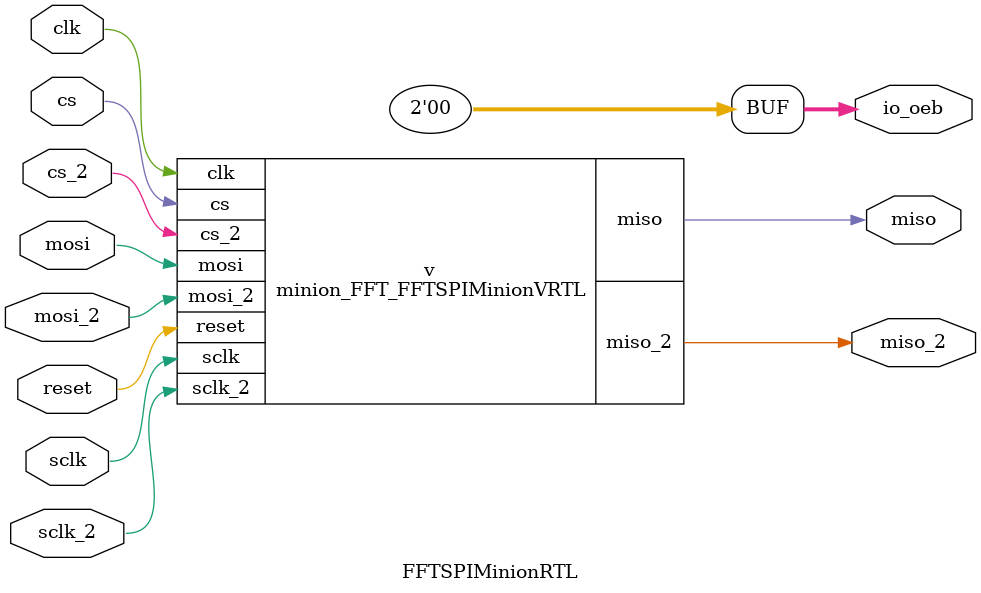
<source format=v>
module SPI_minion_components_ShiftReg (
	clk,
	in_,
	load_data,
	load_en,
	out,
	reset,
	shift_en
);
	parameter nbits = 8;
	parameter reset_value = 1'b0;
	input wire clk;
	input wire in_;
	input wire [nbits - 1:0] load_data;
	input wire load_en;
	output reg [nbits - 1:0] out;
	input wire reset;
	input wire shift_en;
	always @(posedge clk)
		if (reset)
			out <= {nbits {reset_value}};
		else if (load_en)
			out <= load_data;
		else if (~load_en & shift_en)
			out <= {out[nbits - 2:0], in_};
endmodule
module SPI_minion_components_Synchronizer (
	clk,
	in_,
	negedge_,
	out,
	posedge_,
	reset
);
	parameter reset_value = 1'b0;
	input wire clk;
	input wire in_;
	output reg negedge_;
	output wire out;
	output reg posedge_;
	input wire reset;
	reg [2:0] shreg;
	always @(*) begin
		negedge_ = shreg[2] & ~shreg[1];
		posedge_ = ~shreg[2] & shreg[1];
	end
	always @(posedge clk)
		if (reset)
			shreg <= {3 {reset_value}};
		else
			shreg <= {shreg[1:0], in_};
	assign out = shreg[1];
endmodule
module SPI_minion_components_SPIMinionVRTL (
	clk,
	cs,
	miso,
	mosi,
	reset,
	sclk,
	pull_en,
	pull_msg,
	push_en,
	push_msg,
	parity
);
	parameter nbits = 8;
	input wire clk;
	input wire cs;
	output wire miso;
	input wire mosi;
	input wire reset;
	input wire sclk;
	output wire pull_en;
	input wire [nbits - 1:0] pull_msg;
	output wire push_en;
	output wire [nbits - 1:0] push_msg;
	output wire parity;
	wire cs_sync_clk;
	wire cs_sync_in_;
	wire cs_sync_negedge_;
	wire cs_sync_out;
	wire cs_sync_posedge_;
	wire cs_sync_reset;
	SPI_minion_components_Synchronizer #(.reset_value(1'b1)) cs_sync(
		.clk(cs_sync_clk),
		.in_(cs_sync_in_),
		.negedge_(cs_sync_negedge_),
		.out(cs_sync_out),
		.posedge_(cs_sync_posedge_),
		.reset(cs_sync_reset)
	);
	wire mosi_sync_clk;
	wire mosi_sync_in_;
	wire mosi_sync_negedge_;
	wire mosi_sync_out;
	wire mosi_sync_posedge_;
	wire mosi_sync_reset;
	SPI_minion_components_Synchronizer #(.reset_value(1'b0)) mosi_sync(
		.clk(mosi_sync_clk),
		.in_(mosi_sync_in_),
		.negedge_(mosi_sync_negedge_),
		.out(mosi_sync_out),
		.posedge_(mosi_sync_posedge_),
		.reset(mosi_sync_reset)
	);
	wire sclk_sync_clk;
	wire sclk_sync_in_;
	wire sclk_sync_negedge_;
	wire sclk_sync_out;
	wire sclk_sync_posedge_;
	wire sclk_sync_reset;
	SPI_minion_components_Synchronizer #(.reset_value(1'b0)) sclk_sync(
		.clk(sclk_sync_clk),
		.in_(sclk_sync_in_),
		.negedge_(sclk_sync_negedge_),
		.out(sclk_sync_out),
		.posedge_(sclk_sync_posedge_),
		.reset(sclk_sync_reset)
	);
	wire shreg_in_clk;
	wire shreg_in_in_;
	wire [nbits - 1:0] shreg_in_load_data;
	wire shreg_in_load_en;
	wire [nbits - 1:0] shreg_in_out;
	wire shreg_in_reset;
	reg shreg_in_shift_en;
	SPI_minion_components_ShiftReg #(.nbits(nbits)) shreg_in(
		.clk(shreg_in_clk),
		.in_(shreg_in_in_),
		.load_data(shreg_in_load_data),
		.load_en(shreg_in_load_en),
		.out(shreg_in_out),
		.reset(shreg_in_reset),
		.shift_en(shreg_in_shift_en)
	);
	wire shreg_out_clk;
	wire shreg_out_in_;
	wire [nbits - 1:0] shreg_out_load_data;
	wire shreg_out_load_en;
	wire [nbits - 1:0] shreg_out_out;
	wire shreg_out_reset;
	reg shreg_out_shift_en;
	SPI_minion_components_ShiftReg #(.nbits(nbits)) shreg_out(
		.clk(shreg_out_clk),
		.in_(shreg_out_in_),
		.load_data(shreg_out_load_data),
		.load_en(shreg_out_load_en),
		.out(shreg_out_out),
		.reset(shreg_out_reset),
		.shift_en(shreg_out_shift_en)
	);
	always @(*) begin
		shreg_in_shift_en = ~cs_sync_out & sclk_sync_posedge_;
		shreg_out_shift_en = ~cs_sync_out & sclk_sync_negedge_;
	end
	assign cs_sync_clk = clk;
	assign cs_sync_reset = reset;
	assign cs_sync_in_ = cs;
	assign sclk_sync_clk = clk;
	assign sclk_sync_reset = reset;
	assign sclk_sync_in_ = sclk;
	assign mosi_sync_clk = clk;
	assign mosi_sync_reset = reset;
	assign mosi_sync_in_ = mosi;
	assign shreg_in_clk = clk;
	assign shreg_in_reset = reset;
	assign shreg_in_in_ = mosi_sync_out;
	assign shreg_in_load_en = 1'b0;
	assign shreg_in_load_data = {nbits {1'b0}};
	assign shreg_out_clk = clk;
	assign shreg_out_reset = reset;
	assign shreg_out_in_ = 1'b0;
	assign shreg_out_load_en = pull_en;
	assign shreg_out_load_data = pull_msg;
	assign miso = shreg_out_out[nbits - 1];
	assign pull_en = cs_sync_negedge_;
	assign push_en = cs_sync_posedge_;
	assign push_msg = shreg_in_out;
	assign parity = ^push_msg[nbits - 3:0] & push_en;
endmodule
module vc_Reg (
	clk,
	q,
	d
);
	parameter p_nbits = 1;
	input wire clk;
	output reg [p_nbits - 1:0] q;
	input wire [p_nbits - 1:0] d;
	always @(posedge clk) q <= d;
endmodule
module vc_ResetReg (
	clk,
	reset,
	q,
	d
);
	parameter p_nbits = 1;
	parameter p_reset_value = 0;
	input wire clk;
	input wire reset;
	output reg [p_nbits - 1:0] q;
	input wire [p_nbits - 1:0] d;
	always @(posedge clk) q <= (reset ? p_reset_value : d);
endmodule
module vc_EnReg (
	clk,
	reset,
	q,
	d,
	en
);
	parameter p_nbits = 1;
	input wire clk;
	input wire reset;
	output reg [p_nbits - 1:0] q;
	input wire [p_nbits - 1:0] d;
	input wire en;
	always @(posedge clk)
		if (en)
			q <= d;
endmodule
module vc_EnResetReg (
	clk,
	reset,
	q,
	d,
	en
);
	parameter p_nbits = 1;
	parameter p_reset_value = 0;
	input wire clk;
	input wire reset;
	output reg [p_nbits - 1:0] q;
	input wire [p_nbits - 1:0] d;
	input wire en;
	always @(posedge clk)
		if (reset || en)
			q <= (reset ? p_reset_value : d);
endmodule
module vc_Mux2 (
	in0,
	in1,
	sel,
	out
);
	parameter p_nbits = 1;
	input wire [p_nbits - 1:0] in0;
	input wire [p_nbits - 1:0] in1;
	input wire sel;
	output reg [p_nbits - 1:0] out;
	always @(*)
		case (sel)
			1'd0: out = in0;
			1'd1: out = in1;
			default: out = {p_nbits {1'bx}};
		endcase
endmodule
module vc_Mux3 (
	in0,
	in1,
	in2,
	sel,
	out
);
	parameter p_nbits = 1;
	input wire [p_nbits - 1:0] in0;
	input wire [p_nbits - 1:0] in1;
	input wire [p_nbits - 1:0] in2;
	input wire [1:0] sel;
	output reg [p_nbits - 1:0] out;
	always @(*)
		case (sel)
			2'd0: out = in0;
			2'd1: out = in1;
			2'd2: out = in2;
			default: out = {p_nbits {1'bx}};
		endcase
endmodule
module vc_Mux4 (
	in0,
	in1,
	in2,
	in3,
	sel,
	out
);
	parameter p_nbits = 1;
	input wire [p_nbits - 1:0] in0;
	input wire [p_nbits - 1:0] in1;
	input wire [p_nbits - 1:0] in2;
	input wire [p_nbits - 1:0] in3;
	input wire [1:0] sel;
	output reg [p_nbits - 1:0] out;
	always @(*)
		case (sel)
			2'd0: out = in0;
			2'd1: out = in1;
			2'd2: out = in2;
			2'd3: out = in3;
			default: out = {p_nbits {1'bx}};
		endcase
endmodule
module vc_Mux5 (
	in0,
	in1,
	in2,
	in3,
	in4,
	sel,
	out
);
	parameter p_nbits = 1;
	input wire [p_nbits - 1:0] in0;
	input wire [p_nbits - 1:0] in1;
	input wire [p_nbits - 1:0] in2;
	input wire [p_nbits - 1:0] in3;
	input wire [p_nbits - 1:0] in4;
	input wire [2:0] sel;
	output reg [p_nbits - 1:0] out;
	always @(*)
		case (sel)
			3'd0: out = in0;
			3'd1: out = in1;
			3'd2: out = in2;
			3'd3: out = in3;
			3'd4: out = in4;
			default: out = {p_nbits {1'bx}};
		endcase
endmodule
module vc_Mux6 (
	in0,
	in1,
	in2,
	in3,
	in4,
	in5,
	sel,
	out
);
	parameter p_nbits = 1;
	input wire [p_nbits - 1:0] in0;
	input wire [p_nbits - 1:0] in1;
	input wire [p_nbits - 1:0] in2;
	input wire [p_nbits - 1:0] in3;
	input wire [p_nbits - 1:0] in4;
	input wire [p_nbits - 1:0] in5;
	input wire [2:0] sel;
	output reg [p_nbits - 1:0] out;
	always @(*)
		case (sel)
			3'd0: out = in0;
			3'd1: out = in1;
			3'd2: out = in2;
			3'd3: out = in3;
			3'd4: out = in4;
			3'd5: out = in5;
			default: out = {p_nbits {1'bx}};
		endcase
endmodule
module vc_Mux7 (
	in0,
	in1,
	in2,
	in3,
	in4,
	in5,
	in6,
	sel,
	out
);
	parameter p_nbits = 1;
	input wire [p_nbits - 1:0] in0;
	input wire [p_nbits - 1:0] in1;
	input wire [p_nbits - 1:0] in2;
	input wire [p_nbits - 1:0] in3;
	input wire [p_nbits - 1:0] in4;
	input wire [p_nbits - 1:0] in5;
	input wire [p_nbits - 1:0] in6;
	input wire [2:0] sel;
	output reg [p_nbits - 1:0] out;
	always @(*)
		case (sel)
			3'd0: out = in0;
			3'd1: out = in1;
			3'd2: out = in2;
			3'd3: out = in3;
			3'd4: out = in4;
			3'd5: out = in5;
			3'd6: out = in6;
			default: out = {p_nbits {1'bx}};
		endcase
endmodule
module vc_Mux8 (
	in0,
	in1,
	in2,
	in3,
	in4,
	in5,
	in6,
	in7,
	sel,
	out
);
	parameter p_nbits = 1;
	input wire [p_nbits - 1:0] in0;
	input wire [p_nbits - 1:0] in1;
	input wire [p_nbits - 1:0] in2;
	input wire [p_nbits - 1:0] in3;
	input wire [p_nbits - 1:0] in4;
	input wire [p_nbits - 1:0] in5;
	input wire [p_nbits - 1:0] in6;
	input wire [p_nbits - 1:0] in7;
	input wire [2:0] sel;
	output reg [p_nbits - 1:0] out;
	always @(*)
		case (sel)
			3'd0: out = in0;
			3'd1: out = in1;
			3'd2: out = in2;
			3'd3: out = in3;
			3'd4: out = in4;
			3'd5: out = in5;
			3'd6: out = in6;
			3'd7: out = in7;
			default: out = {p_nbits {1'bx}};
		endcase
endmodule
module vc_MuxN (
	in,
	sel,
	out
);
	parameter p_nbits = 1;
	parameter p_ninputs = 2;
	input wire [(p_ninputs * p_nbits) - 1:0] in;
	input wire [$clog2(p_ninputs) - 1:0] sel;
	output wire [p_nbits - 1:0] out;
	assign out = in[sel * p_nbits+:p_nbits];
endmodule
module vc_Regfile_1r1w (
	clk,
	reset,
	read_addr,
	read_data,
	write_en,
	write_addr,
	write_data
);
	parameter p_data_nbits = 1;
	parameter p_num_entries = 2;
	parameter c_addr_nbits = $clog2(p_num_entries);
	input wire clk;
	input wire reset;
	input wire [c_addr_nbits - 1:0] read_addr;
	output wire [p_data_nbits - 1:0] read_data;
	input wire write_en;
	input wire [c_addr_nbits - 1:0] write_addr;
	input wire [p_data_nbits - 1:0] write_data;
	reg [p_data_nbits - 1:0] rfile [p_num_entries - 1:0];
	assign read_data = rfile[read_addr];
	always @(posedge clk)
		if (write_en)
			rfile[write_addr] <= write_data;
endmodule
module vc_ResetRegfile_1r1w (
	clk,
	reset,
	read_addr,
	read_data,
	write_en,
	write_addr,
	write_data
);
	parameter p_data_nbits = 1;
	parameter p_num_entries = 2;
	parameter p_reset_value = 0;
	parameter c_addr_nbits = $clog2(p_num_entries);
	input wire clk;
	input wire reset;
	input wire [c_addr_nbits - 1:0] read_addr;
	output wire [p_data_nbits - 1:0] read_data;
	input wire write_en;
	input wire [c_addr_nbits - 1:0] write_addr;
	input wire [p_data_nbits - 1:0] write_data;
	reg [p_data_nbits - 1:0] rfile [p_num_entries - 1:0];
	assign read_data = rfile[read_addr];
	genvar i;
	generate
		for (i = 0; i < p_num_entries; i = i + 1) begin : wport
			always @(posedge clk)
				if (reset)
					rfile[i] <= p_reset_value;
				else if (write_en && (i[c_addr_nbits - 1:0] == write_addr))
					rfile[i] <= write_data;
		end
	endgenerate
endmodule
module vc_Regfile_2r1w (
	clk,
	reset,
	read_addr0,
	read_data0,
	read_addr1,
	read_data1,
	write_en,
	write_addr,
	write_data
);
	parameter p_data_nbits = 1;
	parameter p_num_entries = 2;
	parameter c_addr_nbits = $clog2(p_num_entries);
	input wire clk;
	input wire reset;
	input wire [c_addr_nbits - 1:0] read_addr0;
	output wire [p_data_nbits - 1:0] read_data0;
	input wire [c_addr_nbits - 1:0] read_addr1;
	output wire [p_data_nbits - 1:0] read_data1;
	input wire write_en;
	input wire [c_addr_nbits - 1:0] write_addr;
	input wire [p_data_nbits - 1:0] write_data;
	reg [p_data_nbits - 1:0] rfile [p_num_entries - 1:0];
	assign read_data0 = rfile[read_addr0];
	assign read_data1 = rfile[read_addr1];
	always @(posedge clk)
		if (write_en)
			rfile[write_addr] <= write_data;
endmodule
module vc_Regfile_2r2w (
	clk,
	reset,
	read_addr0,
	read_data0,
	read_addr1,
	read_data1,
	write_en0,
	write_addr0,
	write_data0,
	write_en1,
	write_addr1,
	write_data1
);
	parameter p_data_nbits = 1;
	parameter p_num_entries = 2;
	parameter c_addr_nbits = $clog2(p_num_entries);
	input wire clk;
	input wire reset;
	input wire [c_addr_nbits - 1:0] read_addr0;
	output wire [p_data_nbits - 1:0] read_data0;
	input wire [c_addr_nbits - 1:0] read_addr1;
	output wire [p_data_nbits - 1:0] read_data1;
	input wire write_en0;
	input wire [c_addr_nbits - 1:0] write_addr0;
	input wire [p_data_nbits - 1:0] write_data0;
	input wire write_en1;
	input wire [c_addr_nbits - 1:0] write_addr1;
	input wire [p_data_nbits - 1:0] write_data1;
	reg [p_data_nbits - 1:0] rfile [p_num_entries - 1:0];
	assign read_data0 = rfile[read_addr0];
	assign read_data1 = rfile[read_addr1];
	always @(posedge clk) begin
		if (write_en0)
			rfile[write_addr0] <= write_data0;
		if (write_en1)
			rfile[write_addr1] <= write_data1;
	end
endmodule
module vc_Regfile_2r1w_zero (
	clk,
	reset,
	rd_addr0,
	rd_data0,
	rd_addr1,
	rd_data1,
	wr_en,
	wr_addr,
	wr_data
);
	input wire clk;
	input wire reset;
	input wire [4:0] rd_addr0;
	output wire [31:0] rd_data0;
	input wire [4:0] rd_addr1;
	output wire [31:0] rd_data1;
	input wire wr_en;
	input wire [4:0] wr_addr;
	input wire [31:0] wr_data;
	wire [31:0] rf_read_data0;
	wire [31:0] rf_read_data1;
	vc_Regfile_2r1w #(
		.p_data_nbits(32),
		.p_num_entries(32)
	) rfile(
		.clk(clk),
		.reset(reset),
		.read_addr0(rd_addr0),
		.read_data0(rf_read_data0),
		.read_addr1(rd_addr1),
		.read_data1(rf_read_data1),
		.write_en(wr_en),
		.write_addr(wr_addr),
		.write_data(wr_data)
	);
	assign rd_data0 = (rd_addr0 == 5'd0 ? 32'd0 : rf_read_data0);
	assign rd_data1 = (rd_addr1 == 5'd0 ? 32'd0 : rf_read_data1);
endmodule

module vc_QueueCtrl1 (
	clk,
	reset,
	recv_val,
	recv_rdy,
	send_val,
	send_rdy,
	write_en,
	bypass_mux_sel,
	num_free_entries
);
	parameter p_type = 4'b0000;
	input wire clk;
	input wire reset;
	input wire recv_val;
	output wire recv_rdy;
	output wire send_val;
	input wire send_rdy;
	output wire write_en;
	output wire bypass_mux_sel;
	output wire num_free_entries;
	reg full;
	wire full_next;
	always @(posedge clk) full <= (reset ? 1'b0 : full_next);
	assign num_free_entries = (full ? 1'b0 : 1'b1);
	localparam c_pipe_en = |(p_type & 4'b0001);
	localparam c_bypass_en = |(p_type & 4'b0010);
	wire do_enq;
	assign do_enq = recv_rdy && recv_val;
	wire do_deq;
	assign do_deq = send_rdy && send_val;
	wire empty;
	assign empty = ~full;
	wire do_pipe;
	assign do_pipe = ((c_pipe_en && full) && do_enq) && do_deq;
	wire do_bypass;
	assign do_bypass = ((c_bypass_en && empty) && do_enq) && do_deq;
	assign write_en = do_enq && ~do_bypass;
	assign bypass_mux_sel = empty;
	assign recv_rdy = ~full || ((c_pipe_en && full) && send_rdy);
	assign send_val = ~empty || ((c_bypass_en && empty) && recv_val);
	assign full_next = (do_deq && ~do_pipe ? 1'b0 : (do_enq && ~do_bypass ? 1'b1 : full));
endmodule
module vc_QueueDpath1 (
	clk,
	reset,
	write_en,
	bypass_mux_sel,
	recv_msg,
	send_msg
);
	parameter p_type = 4'b0000;
	parameter p_msg_nbits = 1;
	input wire clk;
	input wire reset;
	input wire write_en;
	input wire bypass_mux_sel;
	input wire [p_msg_nbits - 1:0] recv_msg;
	output wire [p_msg_nbits - 1:0] send_msg;
	wire [p_msg_nbits - 1:0] qstore;
	vc_EnReg #(.p_nbits(p_msg_nbits)) qstore_reg(
		.clk(clk),
		.reset(reset),
		.en(write_en),
		.d(recv_msg),
		.q(qstore)
	);
	generate
		if (|(p_type & 4'b0010)) begin : genblk1
			vc_Mux2 #(.p_nbits(p_msg_nbits)) bypass_mux(
				.in0(qstore),
				.in1(recv_msg),
				.sel(bypass_mux_sel),
				.out(send_msg)
			);
		end
		else begin : genblk1
			assign send_msg = qstore;
		end
	endgenerate
endmodule
module vc_QueueCtrl (
	clk,
	reset,
	recv_val,
	recv_rdy,
	send_val,
	send_rdy,
	write_en,
	write_addr,
	read_addr,
	bypass_mux_sel,
	num_free_entries
);
	parameter p_type = 4'b0000;
	parameter p_num_msgs = 2;
	parameter c_addr_nbits = $clog2(p_num_msgs);
	input wire clk;
	input wire reset;
	input wire recv_val;
	output wire recv_rdy;
	output wire send_val;
	input wire send_rdy;
	output wire write_en;
	output wire [c_addr_nbits - 1:0] write_addr;
	output wire [c_addr_nbits - 1:0] read_addr;
	output wire bypass_mux_sel;
	output wire [c_addr_nbits:0] num_free_entries;
	wire [c_addr_nbits - 1:0] enq_ptr;
	wire [c_addr_nbits - 1:0] enq_ptr_next;
	vc_ResetReg #(.p_nbits(c_addr_nbits)) enq_ptr_reg(
		.clk(clk),
		.reset(reset),
		.d(enq_ptr_next),
		.q(enq_ptr)
	);
	wire [c_addr_nbits - 1:0] deq_ptr;
	wire [c_addr_nbits - 1:0] deq_ptr_next;
	vc_ResetReg #(.p_nbits(c_addr_nbits)) deq_ptr_reg(
		.clk(clk),
		.reset(reset),
		.d(deq_ptr_next),
		.q(deq_ptr)
	);
	assign write_addr = enq_ptr;
	assign read_addr = deq_ptr;
	wire full;
	wire full_next;
	vc_ResetReg #(.p_nbits(1)) full_reg(
		.clk(clk),
		.reset(reset),
		.d(full_next),
		.q(full)
	);
	localparam c_pipe_en = |(p_type & 4'b0001);
	localparam c_bypass_en = |(p_type & 4'b0010);
	wire do_enq;
	assign do_enq = recv_rdy && recv_val;
	wire do_deq;
	assign do_deq = send_rdy && send_val;
	wire empty;
	assign empty = ~full && (enq_ptr == deq_ptr);
	wire do_pipe;
	assign do_pipe = ((c_pipe_en && full) && do_enq) && do_deq;
	wire do_bypass;
	assign do_bypass = ((c_bypass_en && empty) && do_enq) && do_deq;
	assign write_en = do_enq && ~do_bypass;
	assign bypass_mux_sel = empty;
	assign recv_rdy = ~full || ((c_pipe_en && full) && send_rdy);
	assign send_val = ~empty || ((c_bypass_en && empty) && recv_val);
	wire [c_addr_nbits - 1:0] deq_ptr_plus1;
	assign deq_ptr_plus1 = deq_ptr + 1'b1;
	wire [c_addr_nbits - 1:0] deq_ptr_inc;
	assign deq_ptr_inc = (deq_ptr_plus1 == p_num_msgs ? {c_addr_nbits {1'b0}} : deq_ptr_plus1);
	wire [c_addr_nbits - 1:0] enq_ptr_plus1;
	assign enq_ptr_plus1 = enq_ptr + 1'b1;
	wire [c_addr_nbits - 1:0] enq_ptr_inc;
	assign enq_ptr_inc = (enq_ptr_plus1 == p_num_msgs ? {c_addr_nbits {1'b0}} : enq_ptr_plus1);
	assign deq_ptr_next = (do_deq && ~do_bypass ? deq_ptr_inc : deq_ptr);
	assign enq_ptr_next = (do_enq && ~do_bypass ? enq_ptr_inc : enq_ptr);
	assign full_next = ((do_enq && ~do_deq) && (enq_ptr_inc == deq_ptr) ? 1'b1 : ((do_deq && full) && ~do_pipe ? 1'b0 : full));
	assign num_free_entries = (full ? {c_addr_nbits + 1 {1'b0}} : (empty ? p_num_msgs[c_addr_nbits:0] : (enq_ptr > deq_ptr ? p_num_msgs[c_addr_nbits:0] - (enq_ptr - deq_ptr) : (deq_ptr > enq_ptr ? deq_ptr - enq_ptr : {c_addr_nbits + 1 {1'bx}}))));
endmodule
module vc_QueueDpath (
	clk,
	reset,
	write_en,
	bypass_mux_sel,
	write_addr,
	read_addr,
	recv_msg,
	send_msg
);
	parameter p_type = 4'b0000;
	parameter p_msg_nbits = 4;
	parameter p_num_msgs = 2;
	parameter c_addr_nbits = $clog2(p_num_msgs);
	input wire clk;
	input wire reset;
	input wire write_en;
	input wire bypass_mux_sel;
	input wire [c_addr_nbits - 1:0] write_addr;
	input wire [c_addr_nbits - 1:0] read_addr;
	input wire [p_msg_nbits - 1:0] recv_msg;
	output wire [p_msg_nbits - 1:0] send_msg;
	wire [p_msg_nbits - 1:0] read_data;
	vc_Regfile_1r1w #(
		.p_data_nbits(p_msg_nbits),
		.p_num_entries(p_num_msgs)
	) qstore(
		.clk(clk),
		.reset(reset),
		.read_addr(read_addr),
		.read_data(read_data),
		.write_en(write_en),
		.write_addr(write_addr),
		.write_data(recv_msg)
	);
	generate
		if (|(p_type & 4'b0010)) begin : genblk1
			vc_Mux2 #(.p_nbits(p_msg_nbits)) bypass_mux(
				.in0(read_data),
				.in1(recv_msg),
				.sel(bypass_mux_sel),
				.out(send_msg)
			);
		end
		else begin : genblk1
			assign send_msg = read_data;
		end
	endgenerate
endmodule
module vc_Queue (
	clk,
	reset,
	recv_val,
	recv_rdy,
	recv_msg,
	send_val,
	send_rdy,
	send_msg,
	num_free_entries
);
	parameter p_type = 4'b0000;
	parameter p_msg_nbits = 1;
	parameter p_num_msgs = 2;
	parameter c_addr_nbits = $clog2(p_num_msgs);
	input wire clk;
	input wire reset;
	input wire recv_val;
	output wire recv_rdy;
	input wire [p_msg_nbits - 1:0] recv_msg;
	output wire send_val;
	input wire send_rdy;
	output wire [p_msg_nbits - 1:0] send_msg;
	output wire [c_addr_nbits:0] num_free_entries;
	generate
		if (p_num_msgs == 1) begin : genblk1
			wire write_en;
			wire bypass_mux_sel;
			vc_QueueCtrl1 #(.p_type(p_type)) ctrl(
				.clk(clk),
				.reset(reset),
				.recv_val(recv_val),
				.recv_rdy(recv_rdy),
				.send_val(send_val),
				.send_rdy(send_rdy),
				.write_en(write_en),
				.bypass_mux_sel(bypass_mux_sel),
				.num_free_entries(num_free_entries)
			);
			vc_QueueDpath1 #(
				.p_type(p_type),
				.p_msg_nbits(p_msg_nbits)
			) dpath(
				.clk(clk),
				.reset(reset),
				.write_en(write_en),
				.bypass_mux_sel(bypass_mux_sel),
				.recv_msg(recv_msg),
				.send_msg(send_msg)
			);
		end
		else begin : genblk1
			wire write_en;
			wire bypass_mux_sel;
			wire [c_addr_nbits - 1:0] write_addr;
			wire [c_addr_nbits - 1:0] read_addr;
			vc_QueueCtrl #(
				.p_type(p_type),
				.p_num_msgs(p_num_msgs)
			) ctrl(
				.clk(clk),
				.reset(reset),
				.recv_val(recv_val),
				.recv_rdy(recv_rdy),
				.send_val(send_val),
				.send_rdy(send_rdy),
				.write_en(write_en),
				.write_addr(write_addr),
				.read_addr(read_addr),
				.bypass_mux_sel(bypass_mux_sel),
				.num_free_entries(num_free_entries)
			);
			vc_QueueDpath #(
				.p_type(p_type),
				.p_msg_nbits(p_msg_nbits),
				.p_num_msgs(p_num_msgs)
			) dpath(
				.clk(clk),
				.reset(reset),
				.write_en(write_en),
				.bypass_mux_sel(bypass_mux_sel),
				.write_addr(write_addr),
				.read_addr(read_addr),
				.recv_msg(recv_msg),
				.send_msg(send_msg)
			);
		end
	endgenerate
endmodule
module SPI_minion_components_SPIMinionAdapterVRTL (
	clk,
	reset,
	pull_en,
	pull_msg_val,
	pull_msg_spc,
	pull_msg_data,
	push_en,
	push_msg_val_wrt,
	push_msg_val_rd,
	push_msg_data,
	recv_msg,
	recv_rdy,
	recv_val,
	send_msg,
	send_rdy,
	send_val,
	parity
);
	parameter nbits = 8;
	parameter num_entries = 1;
	input wire clk;
	input wire reset;
	input wire pull_en;
	output reg pull_msg_val;
	output reg pull_msg_spc;
	output reg [nbits - 3:0] pull_msg_data;
	input wire push_en;
	input wire push_msg_val_wrt;
	input wire push_msg_val_rd;
	input wire [nbits - 3:0] push_msg_data;
	input wire [nbits - 3:0] recv_msg;
	output wire recv_rdy;
	input wire recv_val;
	output wire [nbits - 3:0] send_msg;
	input wire send_rdy;
	output wire send_val;
	output wire parity;
	reg open_entries;
	wire [nbits - 3:0] cm_q_send_msg;
	reg cm_q_send_rdy;
	wire cm_q_send_val;
	vc_Queue #(
		.p_type(4'b0000),
		.p_msg_nbits(nbits - 2),
		.p_num_msgs(num_entries)
	) cm_q(
		.clk(clk),
		.reset(reset),
		.recv_msg(recv_msg),
		.recv_rdy(recv_rdy),
		.recv_val(recv_val),
		.send_msg(cm_q_send_msg),
		.send_rdy(cm_q_send_rdy),
		.send_val(cm_q_send_val)
	);
	wire [$clog2(num_entries):0] mc_q_num_free;
	wire mc_q_recv_rdy;
	reg mc_q_recv_val;
	vc_Queue #(
		.p_type(4'b0000),
		.p_msg_nbits(nbits - 2),
		.p_num_msgs(num_entries)
	) mc_q(
		.clk(clk),
		.num_free_entries(mc_q_num_free),
		.reset(reset),
		.recv_msg(push_msg_data),
		.recv_rdy(mc_q_recv_rdy),
		.recv_val(mc_q_recv_val),
		.send_msg(send_msg),
		.send_rdy(send_rdy),
		.send_val(send_val)
	);
	assign parity = ^send_msg & send_val;
	always @(*) begin : comb_block
		open_entries = mc_q_num_free > 1;
		mc_q_recv_val = push_msg_val_wrt & push_en;
		pull_msg_spc = mc_q_recv_rdy & (~mc_q_recv_val | open_entries);
		cm_q_send_rdy = push_msg_val_rd & pull_en;
		pull_msg_val = cm_q_send_rdy & cm_q_send_val;
		pull_msg_data = cm_q_send_msg & {nbits - 2 {pull_msg_val}};
	end
endmodule
module vc_Adder (
	in0,
	in1,
	cin,
	out,
	cout
);
	parameter p_nbits = 1;
	input wire [p_nbits - 1:0] in0;
	input wire [p_nbits - 1:0] in1;
	input wire cin;
	output wire [p_nbits - 1:0] out;
	output wire cout;
	assign {cout, out} = (in0 + in1) + {{p_nbits - 1 {1'b0}}, cin};
endmodule
module vc_SimpleAdder (
	in0,
	in1,
	out
);
	parameter p_nbits = 1;
	input wire [p_nbits - 1:0] in0;
	input wire [p_nbits - 1:0] in1;
	output wire [p_nbits - 1:0] out;
	assign out = in0 + in1;
endmodule
module vc_Subtractor (
	in0,
	in1,
	out
);
	parameter p_nbits = 1;
	input wire [p_nbits - 1:0] in0;
	input wire [p_nbits - 1:0] in1;
	output wire [p_nbits - 1:0] out;
	assign out = in0 - in1;
endmodule
module vc_Incrementer (
	in,
	out
);
	parameter p_nbits = 1;
	parameter p_inc_value = 1;
	input wire [p_nbits - 1:0] in;
	output wire [p_nbits - 1:0] out;
	assign out = in + p_inc_value;
endmodule
module vc_ZeroExtender (
	in,
	out
);
	parameter p_in_nbits = 1;
	parameter p_out_nbits = 8;
	input wire [p_in_nbits - 1:0] in;
	output wire [p_out_nbits - 1:0] out;
	assign out = {{p_out_nbits - p_in_nbits {1'b0}}, in};
endmodule
module vc_SignExtender (
	in,
	out
);
	parameter p_in_nbits = 1;
	parameter p_out_nbits = 8;
	input wire [p_in_nbits - 1:0] in;
	output wire [p_out_nbits - 1:0] out;
	assign out = {{p_out_nbits - p_in_nbits {in[p_in_nbits - 1]}}, in};
endmodule
module vc_ZeroComparator (
	in,
	out
);
	parameter p_nbits = 1;
	input wire [p_nbits - 1:0] in;
	output wire out;
	assign out = in == {p_nbits {1'b0}};
endmodule
module vc_EqComparator (
	in0,
	in1,
	out
);
	parameter p_nbits = 1;
	input wire [p_nbits - 1:0] in0;
	input wire [p_nbits - 1:0] in1;
	output wire out;
	assign out = in0 == in1;
endmodule
module vc_LtComparator (
	in0,
	in1,
	out
);
	parameter p_nbits = 1;
	input wire [p_nbits - 1:0] in0;
	input wire [p_nbits - 1:0] in1;
	output wire out;
	assign out = in0 < in1;
endmodule
module vc_GtComparator (
	in0,
	in1,
	out
);
	parameter p_nbits = 1;
	input wire [p_nbits - 1:0] in0;
	input wire [p_nbits - 1:0] in1;
	output wire out;
	assign out = in0 > in1;
endmodule
module vc_LeftLogicalShifter (
	in,
	shamt,
	out
);
	parameter p_nbits = 1;
	parameter p_shamt_nbits = 1;
	input wire [p_nbits - 1:0] in;
	input wire [p_shamt_nbits - 1:0] shamt;
	output wire [p_nbits - 1:0] out;
	assign out = in << shamt;
endmodule
module vc_RightLogicalShifter (
	in,
	shamt,
	out
);
	parameter p_nbits = 1;
	parameter p_shamt_nbits = 1;
	input wire [p_nbits - 1:0] in;
	input wire [p_shamt_nbits - 1:0] shamt;
	output wire [p_nbits - 1:0] out;
	assign out = in >> shamt;
endmodule
module tut3_verilog_gcd_GcdUnitDpath (
	clk,
	reset,
	istream_msg,
	ostream_msg,
	a_reg_en,
	b_reg_en,
	a_mux_sel,
	b_mux_sel,
	is_b_zero,
	is_a_lt_b
);
	input wire clk;
	input wire reset;
	input wire [31:0] istream_msg;
	output wire [15:0] ostream_msg;
	input wire a_reg_en;
	input wire b_reg_en;
	input wire [1:0] a_mux_sel;
	input wire b_mux_sel;
	output wire is_b_zero;
	output wire is_a_lt_b;
	localparam c_nbits = 16;
	wire [15:0] istream_msg_a;
	assign istream_msg_a = istream_msg[31:16];
	wire [15:0] istream_msg_b;
	assign istream_msg_b = istream_msg[15:0];
	wire [15:0] b_reg_out;
	wire [15:0] sub_out;
	wire [15:0] a_mux_out;
	vc_Mux3 #(.p_nbits(c_nbits)) a_mux(
		.sel(a_mux_sel),
		.in0(istream_msg_a),
		.in1(b_reg_out),
		.in2(sub_out),
		.out(a_mux_out)
	);
	wire [15:0] a_reg_out;
	vc_EnReg #(.p_nbits(c_nbits)) a_reg(
		.clk(clk),
		.reset(reset),
		.en(a_reg_en),
		.d(a_mux_out),
		.q(a_reg_out)
	);
	wire [15:0] b_mux_out;
	vc_Mux2 #(.p_nbits(c_nbits)) b_mux(
		.sel(b_mux_sel),
		.in0(istream_msg_b),
		.in1(a_reg_out),
		.out(b_mux_out)
	);
	vc_EnReg #(.p_nbits(c_nbits)) b_reg(
		.clk(clk),
		.reset(reset),
		.en(b_reg_en),
		.d(b_mux_out),
		.q(b_reg_out)
	);
	vc_LtComparator #(.p_nbits(c_nbits)) a_lt_b(
		.in0(a_reg_out),
		.in1(b_reg_out),
		.out(is_a_lt_b)
	);
	vc_ZeroComparator #(.p_nbits(c_nbits)) b_zero(
		.in(b_reg_out),
		.out(is_b_zero)
	);
	vc_Subtractor #(.p_nbits(c_nbits)) sub(
		.in0(a_reg_out),
		.in1(b_reg_out),
		.out(sub_out)
	);
	assign ostream_msg = sub_out;
endmodule
module tut3_verilog_gcd_GcdUnitCtrl (
	clk,
	reset,
	istream_val,
	istream_rdy,
	ostream_val,
	ostream_rdy,
	a_reg_en,
	b_reg_en,
	a_mux_sel,
	b_mux_sel,
	is_b_zero,
	is_a_lt_b
);
	input wire clk;
	input wire reset;
	input wire istream_val;
	output reg istream_rdy;
	output reg ostream_val;
	input wire ostream_rdy;
	output reg a_reg_en;
	output reg b_reg_en;
	output reg [1:0] a_mux_sel;
	output reg b_mux_sel;
	input wire is_b_zero;
	input wire is_a_lt_b;
	localparam STATE_IDLE = 2'd0;
	localparam STATE_CALC = 2'd1;
	localparam STATE_DONE = 2'd2;
	reg [1:0] state_reg;
	reg [1:0] state_next;
	always @(posedge clk)
		if (reset)
			state_reg <= STATE_IDLE;
		else
			state_reg <= state_next;
	wire req_go;
	wire resp_go;
	wire is_calc_done;
	assign req_go = istream_val && istream_rdy;
	assign resp_go = ostream_val && ostream_rdy;
	assign is_calc_done = !is_a_lt_b && is_b_zero;
	always @(*) begin
		state_next = state_reg;
		case (state_reg)
			STATE_IDLE:
				if (req_go)
					state_next = STATE_CALC;
			STATE_CALC:
				if (is_calc_done)
					state_next = STATE_DONE;
			STATE_DONE:
				if (resp_go)
					state_next = STATE_IDLE;
			default: state_next = 1'sbx;
		endcase
	end
	localparam a_x = 2'bxx;
	localparam a_ld = 2'd0;
	localparam a_b = 2'd1;
	localparam a_sub = 2'd2;
	localparam b_x = 1'bx;
	localparam b_ld = 1'd0;
	localparam b_a = 1'd1;
	task cs;
		input reg cs_istream_rdy;
		input reg cs_ostream_val;
		input reg [1:0] cs_a_mux_sel;
		input reg cs_a_reg_en;
		input reg cs_b_mux_sel;
		input reg cs_b_reg_en;
		begin
			istream_rdy = cs_istream_rdy;
			ostream_val = cs_ostream_val;
			a_reg_en = cs_a_reg_en;
			b_reg_en = cs_b_reg_en;
			a_mux_sel = cs_a_mux_sel;
			b_mux_sel = cs_b_mux_sel;
		end
	endtask
	wire do_swap;
	wire do_sub;
	assign do_swap = is_a_lt_b;
	assign do_sub = !is_b_zero;
	always @(*) begin
		cs(0, 0, a_x, 0, b_x, 0);
		case (state_reg)
			STATE_IDLE:
				cs(1, 0, a_ld, 1, b_ld, 1);
			STATE_CALC:
				if (do_swap)
					cs(0, 0, a_b, 1, b_a, 1);
				else if (do_sub)
					cs(0, 0, a_sub, 1, b_x, 0);
			STATE_DONE:
				cs(0, 1, a_x, 0, b_x, 0);
			default:
				cs(1'sbx, 1'sbx, a_x, 1'sbx, b_x, 1'sbx);
		endcase
	end
endmodule
module GcdUnit (
	clk,
	reset,
	istream_val,
	istream_rdy,
	istream_msg,
	ostream_val,
	ostream_rdy,
	ostream_msg
);
	input wire clk;
	input wire reset;
	input wire istream_val;
	output wire istream_rdy;
	input wire [31:0] istream_msg;
	output wire ostream_val;
	input wire ostream_rdy;
	output wire [15:0] ostream_msg;
	wire a_reg_en;
	wire b_reg_en;
	wire [1:0] a_mux_sel;
	wire b_mux_sel;
	wire is_b_zero;
	wire is_a_lt_b;
	tut3_verilog_gcd_GcdUnitCtrl ctrl(
		.clk(clk),
		.reset(reset),
		.istream_val(istream_val),
		.istream_rdy(istream_rdy),
		.ostream_val(ostream_val),
		.ostream_rdy(ostream_rdy),
		.a_reg_en(a_reg_en),
		.b_reg_en(b_reg_en),
		.a_mux_sel(a_mux_sel),
		.b_mux_sel(b_mux_sel),
		.is_b_zero(is_b_zero),
		.is_a_lt_b(is_a_lt_b)
	);
	tut3_verilog_gcd_GcdUnitDpath dpath(
		.clk(clk),
		.reset(reset),
		.istream_msg(istream_msg),
		.ostream_msg(ostream_msg),
		.a_reg_en(a_reg_en),
		.b_reg_en(b_reg_en),
		.a_mux_sel(a_mux_sel),
		.b_mux_sel(b_mux_sel),
		.is_b_zero(is_b_zero),
		.is_a_lt_b(is_a_lt_b)
	);
	wire [4095:0] str;
	vc_Trace vc_trace(
		.clk(clk),
		.reset(reset)
	);
	task line_trace;
		output reg [4095:0] trace_str;
		begin
			$sformat(str, "%x:%x", istream_msg[31:16], istream_msg[15:0]);
			vc_trace.append_val_rdy_str(trace_str, istream_val, istream_rdy, str);
			vc_trace.append_str(trace_str, "(");
			$sformat(str, "%x", dpath.a_reg_out);
			vc_trace.append_str(trace_str, str);
			vc_trace.append_str(trace_str, " ");
			$sformat(str, "%x", dpath.b_reg_out);
			vc_trace.append_str(trace_str, str);
			vc_trace.append_str(trace_str, " ");
			case (ctrl.state_reg)
				ctrl.STATE_IDLE:
					vc_trace.append_str(trace_str, "I ");
				ctrl.STATE_CALC:
					if (ctrl.do_swap)
						vc_trace.append_str(trace_str, "Cs");
					else if (ctrl.do_sub)
						vc_trace.append_str(trace_str, "C-");
					else
						vc_trace.append_str(trace_str, "C ");
				ctrl.STATE_DONE:
					vc_trace.append_str(trace_str, "D ");
				default:
					vc_trace.append_str(trace_str, "? ");
			endcase
			vc_trace.append_str(trace_str, ")");
			$sformat(str, "%x", ostream_msg);
			vc_trace.append_val_rdy_str(trace_str, ostream_val, ostream_rdy, str);
		end
	endtask
	task display_trace;
		begin
			if (vc_trace.level > 0) begin
				vc_trace.storage[15:0] = vc_trace.nchars - 1;
				line_trace(vc_trace.storage);
				$write("%4d: ", vc_trace.cycles);
				vc_trace.idx0 = vc_trace.storage[15:0];
				for (vc_trace.idx1 = vc_trace.nchars - 1; vc_trace.idx1 > vc_trace.idx0; vc_trace.idx1 = vc_trace.idx1 - 1)
					$write("%s", vc_trace.storage[vc_trace.idx1 * 8+:8]);
				$write("\n");
			end
			vc_trace.cycles_next = vc_trace.cycles + 1;
		end
	endtask
endmodule
module TwiddleGeneratorVRTL (
	sine_wave_in,
	twiddle_real,
	twiddle_imaginary
);
	parameter BIT_WIDTH = 4;
	parameter DECIMAL_PT = 2;
	parameter SIZE_FFT = 8;
	parameter STAGE_FFT = 0;
	input wire [(SIZE_FFT * BIT_WIDTH) - 1:0] sine_wave_in;
	output wire [((SIZE_FFT / 2) * BIT_WIDTH) - 1:0] twiddle_real;
	output wire [((SIZE_FFT / 2) * BIT_WIDTH) - 1:0] twiddle_imaginary;
	wire signed [31:0] trace;
	assign trace = 1'd1 << DECIMAL_PT;
	wire signed [31:0] trace2;
	assign trace2 = (1 * (SIZE_FFT / (2 * (2 ** STAGE_FFT)))) % SIZE_FFT;
	wire signed [31:0] trace3;
	assign trace3 = (2 * (SIZE_FFT / (2 * (2 ** STAGE_FFT)))) % SIZE_FFT;
	wire signed [31:0] trace4;
	assign trace4 = (3 * (SIZE_FFT / (2 * (2 ** STAGE_FFT)))) % SIZE_FFT;
	genvar m;
	generate
		for (m = 0; m < (2 ** STAGE_FFT); m = m + 1) begin : genblk1
			genvar i;
			for (i = 0; i < SIZE_FFT; i = i + (2 ** (STAGE_FFT + 1))) begin : genblk1
				if (m == 0) begin : genblk1
					assign twiddle_real[((i / 2) + m) * BIT_WIDTH+:BIT_WIDTH] = 1'b1 << DECIMAL_PT;
					assign twiddle_imaginary[((i / 2) + m) * BIT_WIDTH+:BIT_WIDTH] = 0;
				end
				else begin : genblk1
					assign twiddle_real[((i / 2) + m) * BIT_WIDTH+:BIT_WIDTH] = sine_wave_in[((SIZE_FFT - 1) - (((m * (SIZE_FFT / (2 * (2 ** STAGE_FFT)))) % SIZE_FFT) + (SIZE_FFT / 4))) * BIT_WIDTH+:BIT_WIDTH];
					assign twiddle_imaginary[((i / 2) + m) * BIT_WIDTH+:BIT_WIDTH] = -sine_wave_in[((SIZE_FFT - 1) - ((m * (SIZE_FFT / (2 * (2 ** STAGE_FFT)))) % SIZE_FFT)) * BIT_WIDTH+:BIT_WIDTH];
				end
			end
		end
	endgenerate
endmodule
module SineWave__BIT_WIDTH_32__DECIMAL_POINT_16__SIZE_FFT_16VRTL (sine_wave_out);
	output wire [511:0] sine_wave_out;
	assign sine_wave_out[480+:32] = 0;
	assign sine_wave_out[448+:32] = 25079;
	assign sine_wave_out[416+:32] = 46340;
	assign sine_wave_out[384+:32] = 60547;
	assign sine_wave_out[352+:32] = 65536;
	assign sine_wave_out[320+:32] = 60547;
	assign sine_wave_out[288+:32] = 46340;
	assign sine_wave_out[256+:32] = 25079;
	assign sine_wave_out[224+:32] = 0;
	assign sine_wave_out[192+:32] = -25079;
	assign sine_wave_out[160+:32] = -46340;
	assign sine_wave_out[128+:32] = -60547;
	assign sine_wave_out[96+:32] = -65536;
	assign sine_wave_out[64+:32] = -60547;
	assign sine_wave_out[32+:32] = -46340;
	assign sine_wave_out[0+:32] = -25079;
endmodule
module SineWave__BIT_WIDTH_32__DECIMAL_POINT_16__SIZE_FFT_8VRTL (sine_wave_out);
	output wire [255:0] sine_wave_out;
	assign sine_wave_out[224+:32] = 0;
	assign sine_wave_out[192+:32] = 46340;
	assign sine_wave_out[160+:32] = 65536;
	assign sine_wave_out[128+:32] = 46340;
	assign sine_wave_out[96+:32] = 0;
	assign sine_wave_out[64+:32] = -46340;
	assign sine_wave_out[32+:32] = -65536;
	assign sine_wave_out[0+:32] = -46340;
endmodule
module SineWave__BIT_WIDTH_32__DECIMAL_POINT_16__SIZE_FFT_2VRTL (sine_wave_out);
	output wire [63:0] sine_wave_out;
	assign sine_wave_out[32+:32] = 0;
	assign sine_wave_out[0+:32] = 0;
endmodule
module SineWave__BIT_WIDTH_32__DECIMAL_POINT_16__SIZE_FFT_4VRTL (sine_wave_out);
	output wire [127:0] sine_wave_out;
	assign sine_wave_out[96+:32] = 0;
	assign sine_wave_out[64+:32] = 65536;
	assign sine_wave_out[32+:32] = 0;
	assign sine_wave_out[0+:32] = -65536;
endmodule
module CombinationalFFTCrossbarVRTl (
	recv_real,
	recv_imaginary,
	recv_val,
	recv_rdy,
	send_real,
	send_imaginary,
	send_val,
	send_rdy
);
	parameter BIT_WIDTH = 32;
	parameter SIZE_FFT = 8;
	parameter STAGE_FFT = 0;
	parameter FRONT = 1;
	input wire [(SIZE_FFT * BIT_WIDTH) - 1:0] recv_real;
	input wire [(SIZE_FFT * BIT_WIDTH) - 1:0] recv_imaginary;
	input wire [SIZE_FFT - 1:0] recv_val;
	output wire [SIZE_FFT - 1:0] recv_rdy;
	output wire [(SIZE_FFT * BIT_WIDTH) - 1:0] send_real;
	output wire [(SIZE_FFT * BIT_WIDTH) - 1:0] send_imaginary;
	output wire [SIZE_FFT - 1:0] send_val;
	input wire [SIZE_FFT - 1:0] send_rdy;
	genvar m;
	generate
		for (m = 0; m < (2 ** STAGE_FFT); m = m + 1) begin : genblk1
			genvar i;
			for (i = m; i < SIZE_FFT; i = i + (2 ** (STAGE_FFT + 1))) begin : genblk1
				if (FRONT == 1) begin : genblk1
					assign send_real[(i + m) * BIT_WIDTH+:BIT_WIDTH] = recv_real[i * BIT_WIDTH+:BIT_WIDTH];
					assign send_imaginary[(i + m) * BIT_WIDTH+:BIT_WIDTH] = recv_imaginary[i * BIT_WIDTH+:BIT_WIDTH];
					assign send_val[i + m] = recv_val[i];
					assign recv_rdy[i + m] = send_rdy[i];
					assign send_real[((i + m) + 1) * BIT_WIDTH+:BIT_WIDTH] = recv_real[(i + (2 ** STAGE_FFT)) * BIT_WIDTH+:BIT_WIDTH];
					assign send_imaginary[((i + m) + 1) * BIT_WIDTH+:BIT_WIDTH] = recv_imaginary[(i + (2 ** STAGE_FFT)) * BIT_WIDTH+:BIT_WIDTH];
					assign send_val[(i + m) + 1] = recv_val[i + (2 ** STAGE_FFT)];
					assign recv_rdy[(i + m) + 1] = send_rdy[i + (2 ** STAGE_FFT)];
				end
				else begin : genblk1
					assign send_real[i * BIT_WIDTH+:BIT_WIDTH] = recv_real[(i + m) * BIT_WIDTH+:BIT_WIDTH];
					assign send_imaginary[i * BIT_WIDTH+:BIT_WIDTH] = recv_imaginary[(i + m) * BIT_WIDTH+:BIT_WIDTH];
					assign send_val[i] = recv_val[i + m];
					assign recv_rdy[i] = send_rdy[i + m];
					assign send_real[(i + (2 ** STAGE_FFT)) * BIT_WIDTH+:BIT_WIDTH] = recv_real[((i + m) + 1) * BIT_WIDTH+:BIT_WIDTH];
					assign send_imaginary[(i + (2 ** STAGE_FFT)) * BIT_WIDTH+:BIT_WIDTH] = recv_imaginary[((i + m) + 1) * BIT_WIDTH+:BIT_WIDTH];
					assign send_val[i + (2 ** STAGE_FFT)] = recv_val[(i + m) + 1];
					assign recv_rdy[i + (2 ** STAGE_FFT)] = send_rdy[(i + m) + 1];
				end
			end
		end
	endgenerate
endmodule
module RegisterV_Reset (
	clk,
	reset,
	w,
	d,
	q
);
	parameter N = 8;
	input wire clk;
	input wire reset;
	input wire w;
	input wire [N - 1:0] d;
	output wire [N - 1:0] q;
	reg [N - 1:0] regout;
	assign q = regout;
	always @(posedge clk)
		if (reset)
			regout <= 0;
		else if (w)
			regout <= d;
endmodule
module FpmultVRTL (
	clk,
	reset,
	recv_val,
	recv_rdy,
	send_val,
	send_rdy,
	a,
	b,
	c
);
	parameter n = 32;
	parameter d = 16;
	parameter sign = 1;
	input wire clk;
	input wire reset;
	input wire recv_val;
	input wire send_rdy;
	input wire [n - 1:0] a;
	input wire [n - 1:0] b;
	output wire [n - 1:0] c;
	output wire send_val;
	output wire recv_rdy;
	wire do_carry;
	wire do_add;
	wire in_wait;
	fpmult_control #(
		.n(n),
		.d(d)
	) control(
		.clk(clk),
		.reset(reset),
		.recv_val(recv_val),
		.recv_rdy(recv_rdy),
		.send_val(send_val),
		.send_rdy(send_rdy),
		.in_wait(in_wait),
		.do_add(do_add),
		.do_carry(do_carry)
	);
	fpmult_datapath #(
		.n(n),
		.d(d)
	) datapath(
		.clk(clk),
		.reset(reset),
		.in_wait(in_wait),
		.do_add(do_add),
		.do_carry((sign != 0) & do_carry),
		.a({{d {(sign != 0) & a[n - 1]}}, a}),
		.b(b),
		.c(c)
	);
endmodule
module fpmult_control (
	clk,
	reset,
	recv_val,
	recv_rdy,
	send_val,
	send_rdy,
	in_wait,
	do_add,
	do_carry
);
	parameter n = 0;
	parameter d = 0;
	input wire clk;
	input wire reset;
	input wire recv_val;
	output reg recv_rdy;
	output reg send_val;
	input wire send_rdy;
	output reg in_wait;
	output reg do_add;
	output reg do_carry;
	localparam [1:0] IDLE = 2'd0;
	localparam [1:0] CALC = 2'd1;
	localparam [1:0] DONE = 2'd2;
	reg [1:0] state;
	reg [1:0] next_state;
	reg [$clog2(n) - 1:0] counter;
	reg counter_reset;
	function automatic signed [$clog2(n) - 1:0] sv2v_cast_2A747_signed;
		input reg signed [$clog2(n) - 1:0] inp;
		sv2v_cast_2A747_signed = inp;
	endfunction
	always @(*)
		case (state)
			IDLE:
				if (recv_val)
					next_state = CALC;
				else
					next_state = IDLE;
			CALC:
				if (counter == sv2v_cast_2A747_signed(n - 1))
					next_state = DONE;
				else
					next_state = CALC;
			DONE:
				if (send_rdy)
					next_state = IDLE;
				else
					next_state = DONE;
			default: next_state = IDLE;
		endcase
	always @(*)
		case (state)
			IDLE: begin
				in_wait = 1;
				do_add = 0;
				do_carry = 0;
				counter_reset = 0;
				recv_rdy = 1;
				send_val = 0;
			end
			CALC: begin
				in_wait = 0;
				do_add = 1;
				do_carry = counter == sv2v_cast_2A747_signed(n - 1);
				counter_reset = 0;
				recv_rdy = 0;
				send_val = 0;
			end
			DONE: begin
				in_wait = 0;
				do_add = 0;
				do_carry = 0;
				counter_reset = 1;
				recv_rdy = 0;
				send_val = 1;
			end
			default:
				;
		endcase
	always @(posedge clk)
		if (reset)
			state <= IDLE;
		else
			state <= next_state;
	always @(posedge clk)
		if (reset || counter_reset)
			counter <= 0;
		else if (state == CALC)
			counter <= counter + 1;
		else
			counter <= counter;
endmodule
module fpmult_datapath (
	clk,
	reset,
	in_wait,
	do_add,
	do_carry,
	a,
	b,
	c
);
	parameter n = 0;
	parameter d = 0;
	input wire clk;
	input wire reset;
	input wire in_wait;
	input wire do_add;
	input wire do_carry;
	input wire [(n + d) - 1:0] a;
	input wire [n - 1:0] b;
	output wire [n - 1:0] c;
	wire [(n + d) - 1:0] acc_in;
	wire [(n + d) - 1:0] acc_out;
	RegisterV_Reset #(.N(n + d)) acc_reg(
		.clk(clk),
		.reset(in_wait | reset),
		.w(1),
		.d(acc_in),
		.q(acc_out)
	);
	wire [(n + d) - 1:0] a_const_out;
	RegisterV_Reset #(.N(n + d)) a_const_reg(
		.clk(clk),
		.reset(reset),
		.w(in_wait),
		.d(a),
		.q(a_const_out)
	);
	wire [(n + d) - 1:0] a_in;
	wire [(n + d) - 1:0] a_out;
	RegisterV_Reset #(.N(n + d)) a_reg(
		.clk(clk),
		.reset(reset),
		.w(1),
		.d(a_in),
		.q(a_out)
	);
	wire [(n + d) - 1:0] b_in;
	wire [(n + d) - 1:0] b_out;
	RegisterV_Reset #(.N(n)) b_reg(
		.clk(clk),
		.reset(reset),
		.w(1),
		.d(b_in),
		.q(b_out)
	);
	vc_Mux2 #(.p_nbits(n + d)) a_sel(
		.in0(a_out << 1),
		.in1(a),
		.sel(in_wait),
		.out(a_in)
	);
	vc_Mux2 #(.p_nbits(n)) b_sel(
		.in0(b_out >> 1),
		.in1(b),
		.sel(in_wait),
		.out(b_in)
	);
	wire [(n + d) - 1:0] add_tmp;
	wire [(n + d) - 1:0] carry;
	wire [(2 * n) - 1:0] carry_tmp;
	wire [(2 * n) - 1:0] carry_tmp2;
	assign carry_tmp = {{n - d {a_const_out[(n + d) - 1]}}, a_const_out};
	assign carry_tmp2 = ((carry_tmp << n) - carry_tmp) << (n - 1);
	vc_Mux2 #(.p_nbits(n + d)) carry_sel(
		.in0(a_out),
		.in1(carry_tmp2[(n + d) - 1:0]),
		.sel(do_carry),
		.out(add_tmp)
	);
	vc_Mux2 #(.p_nbits(n + d)) add_sel(
		.in0(acc_out),
		.in1(acc_out + add_tmp),
		.sel(do_add & b_out[0]),
		.out(acc_in)
	);
	assign c = acc_out[(n + d) - 1:d];
endmodule
module FpcmultVRTL (
	clk,
	reset,
	recv_val,
	recv_rdy,
	send_val,
	send_rdy,
	ar,
	ac,
	br,
	bc,
	cr,
	cc
);
	parameter n = 32;
	parameter d = 16;
	input wire clk;
	input wire reset;
	input wire recv_val;
	output wire recv_rdy;
	output wire send_val;
	input wire send_rdy;
	input wire [n - 1:0] ar;
	input wire [n - 1:0] ac;
	input wire [n - 1:0] br;
	input wire [n - 1:0] bc;
	output wire [n - 1:0] cr;
	output wire [n - 1:0] cc;
	wire [n - 1:0] arbr;
	wire [n - 1:0] acbc;
	wire [n - 1:0] ar_plus_ac;
	wire [n - 1:0] br_plus_bc;
	wire [n - 1:0] ab;
	assign ar_plus_ac = ar + ac;
	assign br_plus_bc = br + bc;
	wire recv_rdy_imm [2:0];
	assign recv_rdy = (recv_rdy_imm[0] & recv_rdy_imm[1]) & recv_rdy_imm[2];
	wire send_val_imm [2:0];
	assign send_val = (send_val_imm[0] & send_val_imm[1]) & send_val_imm[2];
	FpmultVRTL #(
		.n(n),
		.d(d),
		.sign(1)
	) m1(
		.clk(clk),
		.reset(reset),
		.a(ar),
		.b(br),
		.c(arbr),
		.recv_val(recv_val),
		.recv_rdy(recv_rdy_imm[0]),
		.send_val(send_val_imm[0]),
		.send_rdy(send_rdy)
	);
	FpmultVRTL #(
		.n(n),
		.d(d),
		.sign(1)
	) m2(
		.clk(clk),
		.reset(reset),
		.a(ac),
		.b(bc),
		.c(acbc),
		.recv_val(recv_val),
		.recv_rdy(recv_rdy_imm[1]),
		.send_val(send_val_imm[1]),
		.send_rdy(send_rdy)
	);
	FpmultVRTL #(
		.n(n),
		.d(d),
		.sign(1)
	) m3(
		.clk(clk),
		.reset(reset),
		.a(ar_plus_ac),
		.b(br_plus_bc),
		.c(ab),
		.recv_val(recv_val),
		.recv_rdy(recv_rdy_imm[2]),
		.send_val(send_val_imm[2]),
		.send_rdy(send_rdy)
	);
	assign cr = arbr - acbc;
	assign cc = (ab - arbr) - acbc;
endmodule
module ButterflyVRTL (
	clk,
	reset,
	recv_val,
	recv_rdy,
	send_val,
	send_rdy,
	ar,
	ac,
	br,
	bc,
	wr,
	wc,
	cr,
	cc,
	dr,
	dc
);
	parameter n = 32;
	parameter d = 16;
	parameter mult = 1;
	input wire clk;
	input wire reset;
	input wire recv_val;
	input wire send_rdy;
	input wire [n - 1:0] ar;
	input wire [n - 1:0] ac;
	input wire [n - 1:0] br;
	input wire [n - 1:0] bc;
	input wire [n - 1:0] wr;
	input wire [n - 1:0] wc;
	output wire send_val;
	output wire recv_rdy;
	output wire [n - 1:0] cr;
	output wire [n - 1:0] cc;
	output wire [n - 1:0] dr;
	output wire [n - 1:0] dc;
	reg [n - 1:0] ar_reg;
	reg [n - 1:0] ac_reg;
	wire mul_rdy;
	wire [n - 1:0] tr;
	wire [n - 1:0] tc;
	FpcmultVRTL #(
		.n(n),
		.d(d)
	) mul(
		.clk(clk),
		.reset(reset),
		.ar(br),
		.ac(bc),
		.br(wr),
		.bc(wc),
		.cr(tr),
		.cc(tc),
		.recv_val(recv_val),
		.recv_rdy(recv_rdy),
		.send_val(send_val),
		.send_rdy(send_rdy)
	);
	always @(posedge clk)
		if (reset) begin
			ar_reg = 0;
			ac_reg = 0;
		end
		else if (recv_rdy) begin
			ar_reg = ar;
			ac_reg = ac;
		end
		else begin
			ar_reg = ar_reg;
			ac_reg = ac_reg;
		end
	assign cr = ar_reg + tr;
	assign cc = ac_reg + tc;
	assign dr = ar_reg - tr;
	assign dc = ac_reg - tc;
endmodule
module FFT_StageVRTL (
	recv_msg_real,
	recv_msg_imag,
	recv_val,
	recv_rdy,
	send_msg_real,
	send_msg_imag,
	send_val,
	send_rdy,
	sine_wave_out,
	reset,
	clk
);
	parameter BIT_WIDTH = 32;
	parameter DECIMAL_PT = 16;
	parameter N_SAMPLES = 8;
	parameter STAGE_FFT = 0;
	input wire [(N_SAMPLES * BIT_WIDTH) - 1:0] recv_msg_real;
	input wire [(N_SAMPLES * BIT_WIDTH) - 1:0] recv_msg_imag;
	input wire recv_val;
	output reg recv_rdy;
	output wire [(N_SAMPLES * BIT_WIDTH) - 1:0] send_msg_real;
	output wire [(N_SAMPLES * BIT_WIDTH) - 1:0] send_msg_imag;
	output reg send_val;
	input wire send_rdy;
	input wire [(N_SAMPLES * BIT_WIDTH) - 1:0] sine_wave_out;
	input wire reset;
	input wire clk;
	reg [N_SAMPLES - 1:0] val_in;
	wire [N_SAMPLES - 1:0] rdy_in;
	wire [N_SAMPLES - 1:0] val_out;
	reg [N_SAMPLES - 1:0] rdy_out;
	reg [N_SAMPLES - 1:0] imm;
	always @(*) begin : sv2v_autoblock_1
		reg signed [31:0] i;
		for (i = 0; i < N_SAMPLES; i = i + 1)
			begin
				val_in[i] = recv_val;
				imm[i] = rdy_in[i];
			end
		recv_rdy = &imm;
	end
	wire [(N_SAMPLES * BIT_WIDTH) - 1:0] butterfly_in_real;
	wire [(N_SAMPLES * BIT_WIDTH) - 1:0] butterfly_out_real;
	wire [(N_SAMPLES * BIT_WIDTH) - 1:0] butterfly_in_imaginary;
	wire [(N_SAMPLES * BIT_WIDTH) - 1:0] butterfly_out_imaginary;
	wire [N_SAMPLES - 1:0] val_interior_in;
	wire [N_SAMPLES - 1:0] rdy_interior_in;
	wire [N_SAMPLES - 1:0] val_interior_out;
	wire [N_SAMPLES - 1:0] rdy_interior_out;
	wire [((N_SAMPLES / 2) * BIT_WIDTH) - 1:0] twiddle_real;
	wire [((N_SAMPLES / 2) * BIT_WIDTH) - 1:0] twiddle_imaginary;
	wire val_interior_mini [(N_SAMPLES / 2) - 1:0];
	wire rdy_interior_mini [(N_SAMPLES / 2) - 1:0];
	CombinationalFFTCrossbarVRTl #(
		.BIT_WIDTH(BIT_WIDTH),
		.SIZE_FFT(N_SAMPLES),
		.STAGE_FFT(STAGE_FFT),
		.FRONT(1)
	) xbar_in_1(
		.recv_real(recv_msg_real),
		.recv_imaginary(recv_msg_imag),
		.recv_val(val_in),
		.recv_rdy(rdy_in),
		.send_real(butterfly_in_real[BIT_WIDTH * ((N_SAMPLES - 1) - (N_SAMPLES - 1))+:BIT_WIDTH * N_SAMPLES]),
		.send_imaginary(butterfly_in_imaginary[BIT_WIDTH * ((N_SAMPLES - 1) - (N_SAMPLES - 1))+:BIT_WIDTH * N_SAMPLES]),
		.send_val(val_interior_in),
		.send_rdy(rdy_interior_in)
	);
	genvar b;
	generate
		for (b = 0; b < (N_SAMPLES / 2); b = b + 1) begin : genblk1
			ButterflyVRTL #(
				.n(BIT_WIDTH),
				.d(DECIMAL_PT)
			) bfu_in(
				.ar(butterfly_in_real[(b * 2) * BIT_WIDTH+:BIT_WIDTH]),
				.ac(butterfly_in_imaginary[(b * 2) * BIT_WIDTH+:BIT_WIDTH]),
				.br(butterfly_in_real[((b * 2) + 1) * BIT_WIDTH+:BIT_WIDTH]),
				.bc(butterfly_in_imaginary[((b * 2) + 1) * BIT_WIDTH+:BIT_WIDTH]),
				.wr(twiddle_real[b * BIT_WIDTH+:BIT_WIDTH]),
				.wc(twiddle_imaginary[b * BIT_WIDTH+:BIT_WIDTH]),
				.recv_val(val_interior_in[b * 2] && val_interior_in[(b * 2) + 1]),
				.recv_rdy(rdy_interior_mini[b]),
				.cr(butterfly_out_real[(b * 2) * BIT_WIDTH+:BIT_WIDTH]),
				.cc(butterfly_out_imaginary[(b * 2) * BIT_WIDTH+:BIT_WIDTH]),
				.dr(butterfly_out_real[((b * 2) + 1) * BIT_WIDTH+:BIT_WIDTH]),
				.dc(butterfly_out_imaginary[((b * 2) + 1) * BIT_WIDTH+:BIT_WIDTH]),
				.send_rdy(rdy_interior_out[b * 2] && rdy_interior_out[(b * 2) + 1]),
				.send_val(val_interior_mini[b]),
				.reset(reset),
				.clk(clk)
			);
			assign val_interior_out[(b * 2) + 1] = val_interior_mini[b];
			assign val_interior_out[b * 2] = val_interior_mini[b];
			assign rdy_interior_in[(b * 2) + 1] = rdy_interior_mini[b];
			assign rdy_interior_in[b * 2] = rdy_interior_mini[b];
		end
	endgenerate
	CombinationalFFTCrossbarVRTl #(
		.BIT_WIDTH(BIT_WIDTH),
		.SIZE_FFT(N_SAMPLES),
		.STAGE_FFT(STAGE_FFT),
		.FRONT(0)
	) xbar_out_1(
		.recv_real(butterfly_out_real),
		.recv_imaginary(butterfly_out_imaginary),
		.recv_val(val_interior_out),
		.recv_rdy(rdy_interior_out),
		.send_real(send_msg_real),
		.send_imaginary(send_msg_imag),
		.send_val(val_out),
		.send_rdy(rdy_out)
	);
	TwiddleGeneratorVRTL #(
		.BIT_WIDTH(BIT_WIDTH),
		.DECIMAL_PT(DECIMAL_PT),
		.SIZE_FFT(N_SAMPLES),
		.STAGE_FFT(STAGE_FFT)
	) twiddle_generator(
		.sine_wave_in(sine_wave_out),
		.twiddle_real(twiddle_real),
		.twiddle_imaginary(twiddle_imaginary)
	);
	reg [N_SAMPLES - 1:0] imm2;
	always @(*) begin : sv2v_autoblock_2
		reg signed [31:0] i;
		for (i = 0; i < N_SAMPLES; i = i + 1)
			begin
				imm2[i] = val_out[i];
				rdy_out[i] = send_rdy;
			end
		send_val = &imm2;
	end
endmodule
module FFTVRTL (
	recv_msg,
	recv_val,
	recv_rdy,
	send_msg,
	send_val,
	send_rdy,
	reset,
	clk
);
	parameter BIT_WIDTH = 32;
	parameter DECIMAL_PT = 16;
	parameter N_SAMPLES = 8;
	input wire [(N_SAMPLES * BIT_WIDTH) - 1:0] recv_msg;
	input wire recv_val;
	output wire recv_rdy;
	output reg [(N_SAMPLES * BIT_WIDTH) - 1:0] send_msg;
	output wire send_val;
	input wire send_rdy;
	input wire reset;
	input wire clk;
	wire [(N_SAMPLES * BIT_WIDTH) - 1:0] real_msg [$clog2(N_SAMPLES):0];
	reg [(N_SAMPLES * BIT_WIDTH) - 1:0] complex_msg [$clog2(N_SAMPLES):0];
	wire val_in [$clog2(N_SAMPLES):0];
	wire rdy_in [$clog2(N_SAMPLES):0];
	wire [(N_SAMPLES * BIT_WIDTH) - 1:0] sine_wave_out;
	assign val_in[0] = recv_val;
	assign recv_rdy = rdy_in[0];
	assign send_val = val_in[$clog2(N_SAMPLES)];
	assign rdy_in[$clog2(N_SAMPLES)] = send_rdy;
	always @(*) begin : sv2v_autoblock_1
		reg signed [31:0] i;
		for (i = 0; i < N_SAMPLES; i = i + 1)
			complex_msg[0][i * BIT_WIDTH+:BIT_WIDTH] = 0;
	end
	generate
		if (N_SAMPLES == 16) begin : genblk1
			assign real_msg[0][0+:BIT_WIDTH] = recv_msg[0+:BIT_WIDTH];
			assign real_msg[0][8 * BIT_WIDTH+:BIT_WIDTH] = recv_msg[BIT_WIDTH+:BIT_WIDTH];
			assign real_msg[0][4 * BIT_WIDTH+:BIT_WIDTH] = recv_msg[2 * BIT_WIDTH+:BIT_WIDTH];
			assign real_msg[0][12 * BIT_WIDTH+:BIT_WIDTH] = recv_msg[3 * BIT_WIDTH+:BIT_WIDTH];
			assign real_msg[0][2 * BIT_WIDTH+:BIT_WIDTH] = recv_msg[4 * BIT_WIDTH+:BIT_WIDTH];
			assign real_msg[0][10 * BIT_WIDTH+:BIT_WIDTH] = recv_msg[5 * BIT_WIDTH+:BIT_WIDTH];
			assign real_msg[0][6 * BIT_WIDTH+:BIT_WIDTH] = recv_msg[6 * BIT_WIDTH+:BIT_WIDTH];
			assign real_msg[0][14 * BIT_WIDTH+:BIT_WIDTH] = recv_msg[7 * BIT_WIDTH+:BIT_WIDTH];
			assign real_msg[0][BIT_WIDTH+:BIT_WIDTH] = recv_msg[8 * BIT_WIDTH+:BIT_WIDTH];
			assign real_msg[0][9 * BIT_WIDTH+:BIT_WIDTH] = recv_msg[9 * BIT_WIDTH+:BIT_WIDTH];
			assign real_msg[0][5 * BIT_WIDTH+:BIT_WIDTH] = recv_msg[10 * BIT_WIDTH+:BIT_WIDTH];
			assign real_msg[0][13 * BIT_WIDTH+:BIT_WIDTH] = recv_msg[11 * BIT_WIDTH+:BIT_WIDTH];
			assign real_msg[0][3 * BIT_WIDTH+:BIT_WIDTH] = recv_msg[12 * BIT_WIDTH+:BIT_WIDTH];
			assign real_msg[0][11 * BIT_WIDTH+:BIT_WIDTH] = recv_msg[13 * BIT_WIDTH+:BIT_WIDTH];
			assign real_msg[0][7 * BIT_WIDTH+:BIT_WIDTH] = recv_msg[14 * BIT_WIDTH+:BIT_WIDTH];
			assign real_msg[0][15 * BIT_WIDTH+:BIT_WIDTH] = recv_msg[15 * BIT_WIDTH+:BIT_WIDTH];
			SineWave__BIT_WIDTH_32__DECIMAL_POINT_16__SIZE_FFT_16VRTL SineWave(.sine_wave_out(sine_wave_out));
		end
		else if (N_SAMPLES == 8) begin : genblk1
			assign real_msg[0][0+:BIT_WIDTH] = recv_msg[0+:BIT_WIDTH];
			assign real_msg[0][4 * BIT_WIDTH+:BIT_WIDTH] = recv_msg[BIT_WIDTH+:BIT_WIDTH];
			assign real_msg[0][2 * BIT_WIDTH+:BIT_WIDTH] = recv_msg[2 * BIT_WIDTH+:BIT_WIDTH];
			assign real_msg[0][6 * BIT_WIDTH+:BIT_WIDTH] = recv_msg[3 * BIT_WIDTH+:BIT_WIDTH];
			assign real_msg[0][BIT_WIDTH+:BIT_WIDTH] = recv_msg[4 * BIT_WIDTH+:BIT_WIDTH];
			assign real_msg[0][5 * BIT_WIDTH+:BIT_WIDTH] = recv_msg[5 * BIT_WIDTH+:BIT_WIDTH];
			assign real_msg[0][3 * BIT_WIDTH+:BIT_WIDTH] = recv_msg[6 * BIT_WIDTH+:BIT_WIDTH];
			assign real_msg[0][7 * BIT_WIDTH+:BIT_WIDTH] = recv_msg[7 * BIT_WIDTH+:BIT_WIDTH];
			SineWave__BIT_WIDTH_32__DECIMAL_POINT_16__SIZE_FFT_8VRTL SineWave(.sine_wave_out(sine_wave_out));
		end
		else if (N_SAMPLES == 4) begin : genblk1
			assign real_msg[0][0+:BIT_WIDTH] = recv_msg[0+:BIT_WIDTH];
			assign real_msg[0][2 * BIT_WIDTH+:BIT_WIDTH] = recv_msg[BIT_WIDTH+:BIT_WIDTH];
			assign real_msg[0][BIT_WIDTH+:BIT_WIDTH] = recv_msg[2 * BIT_WIDTH+:BIT_WIDTH];
			assign real_msg[0][3 * BIT_WIDTH+:BIT_WIDTH] = recv_msg[3 * BIT_WIDTH+:BIT_WIDTH];
			SineWave__BIT_WIDTH_32__DECIMAL_POINT_16__SIZE_FFT_4VRTL SineWave(.sine_wave_out(sine_wave_out));
		end
		else if (N_SAMPLES == 2) begin : genblk1
			assign real_msg[0][0+:BIT_WIDTH] = recv_msg[0+:BIT_WIDTH];
			assign real_msg[0][BIT_WIDTH+:BIT_WIDTH] = recv_msg[BIT_WIDTH+:BIT_WIDTH];
			SineWave__BIT_WIDTH_32__DECIMAL_POINT_16__SIZE_FFT_2VRTL SineWave(.sine_wave_out(sine_wave_out));
		end
	endgenerate
	genvar i;
	genvar b;
	generate
		for (i = 0; i < $clog2(N_SAMPLES); i = i + 1) begin : genblk2
			wire [N_SAMPLES * BIT_WIDTH:1] sv2v_tmp_fft_stage_send_msg_imag;
			always @(*) complex_msg[i + 1] = sv2v_tmp_fft_stage_send_msg_imag;
			FFT_StageVRTL #(
				.BIT_WIDTH(BIT_WIDTH),
				.DECIMAL_PT(DECIMAL_PT),
				.N_SAMPLES(N_SAMPLES),
				.STAGE_FFT(i)
			) fft_stage(
				.recv_msg_real(real_msg[i]),
				.recv_msg_imag(complex_msg[i]),
				.recv_val(val_in[i]),
				.recv_rdy(rdy_in[i]),
				.send_msg_real(real_msg[i + 1]),
				.send_msg_imag(sv2v_tmp_fft_stage_send_msg_imag),
				.send_val(val_in[i + 1]),
				.send_rdy(rdy_in[i + 1]),
				.sine_wave_out(sine_wave_out),
				.reset(reset),
				.clk(clk)
			);
		end
	endgenerate
	always @(*) begin : sv2v_autoblock_2
		reg signed [31:0] i;
		for (i = 0; i < N_SAMPLES; i = i + 1)
			send_msg[i * BIT_WIDTH+:BIT_WIDTH] = real_msg[$clog2(N_SAMPLES)][i * BIT_WIDTH+:BIT_WIDTH];
	end
endmodule
module SerializerVRTL (
	recv_msg,
	recv_val,
	recv_rdy,
	send_msg,
	send_val,
	send_rdy,
	reset,
	clk
);
	parameter BIT_WIDTH = 32;
	parameter N_SAMPLES = 8;
	input wire [(N_SAMPLES * BIT_WIDTH) - 1:0] recv_msg;
	input wire recv_val;
	output wire recv_rdy;
	output reg [BIT_WIDTH - 1:0] send_msg;
	output wire send_val;
	input wire send_rdy;
	input wire reset;
	input wire clk;
	wire [$clog2(N_SAMPLES) - 1:0] mux_sel;
	wire reg_en;
	wire [BIT_WIDTH - 1:0] reg_out [N_SAMPLES - 1:0];
	genvar i;
	generate
		for (i = 0; i < N_SAMPLES; i = i + 1) begin : genblk1
			RegisterV_Reset #(.N(BIT_WIDTH)) register(
				.clk(clk),
				.reset(reset),
				.w(reg_en),
				.d(recv_msg[i * BIT_WIDTH+:BIT_WIDTH]),
				.q(reg_out[i])
			);
		end
	endgenerate
	always @(*) send_msg = reg_out[mux_sel];
	SerializerControl #(.N_SAMPLES(N_SAMPLES)) ctrl(
		.clk(clk),
		.reset(reset),
		.recv_val(recv_val),
		.recv_rdy(recv_rdy),
		.send_val(send_val),
		.send_rdy(send_rdy),
		.mux_sel(mux_sel),
		.reg_en(reg_en)
	);
endmodule
module SerializerControl (
	recv_val,
	recv_rdy,
	send_val,
	send_rdy,
	mux_sel,
	reg_en,
	clk,
	reset
);
	parameter N_SAMPLES = 8;
	input wire recv_val;
	output reg recv_rdy;
	output reg send_val;
	input wire send_rdy;
	output reg [$clog2(N_SAMPLES) - 1:0] mux_sel;
	output reg reg_en;
	input wire clk;
	input wire reset;
	parameter INIT = 0;
	parameter OUTPUT_START = 1;
	parameter ADD = 2;
	reg next_state;
	reg state;
	reg [$clog2(N_SAMPLES):0] mux_sel_next;
	always @(*)
		case (state)
			INIT: begin
				if (reset == 1)
					next_state = INIT;
				if (recv_val == 1)
					next_state = OUTPUT_START;
				else
					next_state = INIT;
			end
			OUTPUT_START:
				if (mux_sel_next != N_SAMPLES)
					next_state = OUTPUT_START;
				else
					next_state = INIT;
			default: next_state = INIT;
		endcase
	always @(*)
		case (state)
			INIT: begin
				reg_en = 1;
				send_val = 0;
				recv_rdy = 1;
				mux_sel_next = 0;
			end
			OUTPUT_START: begin
				reg_en = 0;
				send_val = 1;
				recv_rdy = 0;
				if (send_rdy == 1)
					mux_sel_next = mux_sel + 1;
				else
					mux_sel_next = mux_sel;
			end
		endcase
	always @(posedge clk) begin
		mux_sel <= mux_sel_next;
		state <= next_state;
	end
endmodule
module ControlVRTL (
	recv_val,
	send_rdy,
	send_val,
	recv_rdy,
	en_sel,
	reset,
	clk
);
	parameter N_SAMPLES = 8;
	input wire recv_val;
	input wire send_rdy;
	output reg send_val;
	output reg recv_rdy;
	output wire [N_SAMPLES - 1:0] en_sel;
	input wire reset;
	input wire clk;
	parameter [1:0] INIT = 2'b00;
	parameter [1:0] STATE1 = 2'b01;
	parameter [1:0] STATE2 = 2'b10;
	reg [$clog2(N_SAMPLES) + 1:0] count;
	reg [$clog2(N_SAMPLES) + 1:0] count_next;
	reg [1:0] next_state;
	reg [1:0] state;
	DecoderVRTL #(.BIT_WIDTH($clog2(N_SAMPLES))) decoder(
		.in(count),
		.out(en_sel)
	);
	always @(*)
		case (state)
			INIT:
				if (count_next == N_SAMPLES)
					next_state = STATE1;
				else
					next_state = INIT;
			STATE1:
				if (send_rdy == 1)
					next_state = INIT;
				else
					next_state = STATE1;
			default: next_state = INIT;
		endcase
	always @(*)
		case (state)
			INIT: begin
				if (recv_val == 1)
					count_next = count + 1;
				else
					count_next = count;
				recv_rdy = 1'b1;
				send_val = 1'b0;
			end
			STATE1: begin
				count_next = 0;
				recv_rdy = 1'b0;
				send_val = 1'b1;
			end
			default: begin
				count_next = 0;
				recv_rdy = 1'b1;
				send_val = 1'b0;
			end
		endcase
	always @(posedge clk)
		if (reset) begin
			count <= 0;
			state <= INIT;
		end
		else begin
			count <= count_next;
			state <= next_state;
		end
endmodule
module DecoderVRTL (
	in,
	out
);
	parameter BIT_WIDTH = 3;
	input wire [BIT_WIDTH - 1:0] in;
	output reg [(1 << BIT_WIDTH) - 1:0] out;
	always @(*) out = {{1 << (BIT_WIDTH - 1) {1'b0}}, 1'b1} << in;
endmodule
module RegisterV (
	clk,
	reset,
	w,
	d,
	q
);
	parameter BIT_WIDTH = 32;
	input wire clk;
	input wire reset;
	input wire w;
	input wire [BIT_WIDTH - 1:0] d;
	output wire [BIT_WIDTH - 1:0] q;
	reg [BIT_WIDTH - 1:0] regout;
	assign q = regout;
	always @(posedge clk)
		if (reset)
			regout <= 0;
		else if (w)
			regout <= d;
endmodule
module DeserializerVRTL (
	recv_val,
	recv_rdy,
	recv_msg,
	send_val,
	send_rdy,
	send_msg,
	clk,
	reset
);
	parameter N_SAMPLES = 8;
	parameter BIT_WIDTH = 32;
	input wire recv_val;
	output wire recv_rdy;
	input wire [BIT_WIDTH - 1:0] recv_msg;
	output wire send_val;
	input wire send_rdy;
	output wire [(N_SAMPLES * BIT_WIDTH) - 1:0] send_msg;
	input wire clk;
	input wire reset;
	wire [N_SAMPLES - 1:0] en_sel;
	ControlVRTL #(.N_SAMPLES(N_SAMPLES)) c(
		.recv_val(recv_val),
		.send_rdy(send_rdy),
		.send_val(send_val),
		.recv_rdy(recv_rdy),
		.reset(reset),
		.clk(clk),
		.en_sel(en_sel)
	);
	genvar i;
	generate
		for (i = 0; i < N_SAMPLES; i = i + 1) begin : genblk1
			RegisterV #(.BIT_WIDTH(BIT_WIDTH)) register(
				.clk(clk),
				.reset(reset),
				.w(en_sel[i]),
				.d(recv_msg),
				.q(send_msg[i * BIT_WIDTH+:BIT_WIDTH])
			);
		end
	endgenerate
endmodule
module minion_FFT_FFTSPIMinionVRTL (
	clk,
	reset,
	cs,
	sclk,
	mosi,
	miso,
	cs_2,
	sclk_2,
	mosi_2,
	miso_2
);
	parameter BIT_WIDTH = 32;
	parameter DECIMAL_PT = 16;
	parameter N_SAMPLES = 8;
	input wire clk;
	input wire reset;
	input wire cs;
	input wire sclk;
	input wire mosi;
	output wire miso;
	input wire cs_2;
	input wire sclk_2;
	input wire mosi_2;
	output wire miso_2;
	wire push_en_1;
	wire pull_en_1;
	wire [BIT_WIDTH + 1:0] push_msg_1;
	wire [BIT_WIDTH - 1:0] pull_msg_1;
	wire pull_msg_val_1;
	wire pull_msg_spc_1;
	wire push_en_2;
	wire pull_en_2;
	wire [BIT_WIDTH + 1:0] push_msg_2;
	wire [BIT_WIDTH - 1:0] pull_msg_2;
	wire pull_msg_val_2;
	wire pull_msg_spc_2;
	wire [BIT_WIDTH - 1:0] recv_msg_a_1;
	wire recv_rdy_a_1;
	wire recv_val_a_1;
	wire [BIT_WIDTH - 1:0] send_msg_a_2;
	wire send_rdy_a_2;
	wire send_val_a_2;
	wire [(N_SAMPLES * BIT_WIDTH) - 1:0] recv_msg_s;
	wire recv_rdy_s;
	wire recv_val_s;
	wire [BIT_WIDTH - 1:0] send_msg_s;
	wire send_rdy_s;
	wire send_val_s;
	wire [BIT_WIDTH - 1:0] recv_msg_d;
	wire recv_rdy_d;
	wire recv_val_d;
	wire [(N_SAMPLES * BIT_WIDTH) - 1:0] send_msg_d;
	wire send_rdy_d;
	wire send_val_d;
	wire minion1_parity;
	wire minion2_parity;
	wire adapter1_parity;
	wire adapter2_parity;
	SPI_minion_components_SPIMinionVRTL #(.nbits(BIT_WIDTH + 2)) minion1(
		.clk(clk),
		.cs(cs),
		.miso(miso),
		.mosi(mosi),
		.reset(reset),
		.sclk(sclk),
		.pull_en(pull_en_1),
		.pull_msg({pull_msg_val_1, pull_msg_spc_1, pull_msg_1}),
		.push_en(push_en_1),
		.push_msg(push_msg_1),
		.parity(minion1_parity)
	);
	SPI_minion_components_SPIMinionAdapterVRTL #(
		.nbits(BIT_WIDTH + 2),
		.num_entries(N_SAMPLES)
	) adapter1(
		.clk(clk),
		.reset(reset),
		.pull_en(pull_en_1),
		.pull_msg_val(pull_msg_val_1),
		.pull_msg_spc(pull_msg_spc_1),
		.pull_msg_data(pull_msg_1),
		.push_en(push_en_1),
		.push_msg_val_wrt(push_msg_1[BIT_WIDTH + 1]),
		.push_msg_val_rd(push_msg_1[BIT_WIDTH]),
		.push_msg_data(push_msg_1[BIT_WIDTH - 1:0]),
		.recv_msg(recv_msg_a_1),
		.recv_val(recv_val_a_1),
		.recv_rdy(recv_rdy_a_1),
		.send_msg(recv_msg_d),
		.send_val(recv_val_d),
		.send_rdy(recv_rdy_d),
		.parity(adapter1_parity)
	);
	DeserializerVRTL #(
		.BIT_WIDTH(BIT_WIDTH),
		.N_SAMPLES(N_SAMPLES)
	) deserializer(
		.clk(clk),
		.reset(reset),
		.recv_msg(recv_msg_d),
		.recv_val(recv_val_d),
		.recv_rdy(recv_rdy_d),
		.send_msg(send_msg_d),
		.send_val(send_val_d),
		.send_rdy(send_rdy_d)
	);
	FFTVRTL #(
		.BIT_WIDTH(BIT_WIDTH),
		.DECIMAL_PT(DECIMAL_PT),
		.N_SAMPLES(N_SAMPLES)
	) FFT(
		.clk(clk),
		.reset(reset),
		.recv_msg(send_msg_d),
		.recv_val(send_val_d),
		.recv_rdy(send_rdy_d),
		.send_msg(recv_msg_s),
		.send_val(recv_val_s),
		.send_rdy(recv_rdy_s)
	);
	SerializerVRTL #(
		.BIT_WIDTH(BIT_WIDTH),
		.N_SAMPLES(N_SAMPLES)
	) serializer(
		.clk(clk),
		.reset(reset),
		.recv_msg(recv_msg_s),
		.recv_val(recv_val_s),
		.recv_rdy(recv_rdy_s),
		.send_msg(send_msg_s),
		.send_val(send_val_s),
		.send_rdy(send_rdy_s)
	);
	SPI_minion_components_SPIMinionAdapterVRTL #(
		.nbits(BIT_WIDTH + 2),
		.num_entries(N_SAMPLES)
	) adapter2(
		.clk(clk),
		.reset(reset),
		.pull_en(pull_en_2),
		.pull_msg_val(pull_msg_val_2),
		.pull_msg_spc(pull_msg_spc_2),
		.pull_msg_data(pull_msg_2),
		.push_en(push_en_2),
		.push_msg_val_wrt(push_msg_2[BIT_WIDTH + 1]),
		.push_msg_val_rd(push_msg_2[BIT_WIDTH]),
		.push_msg_data(push_msg_2[BIT_WIDTH - 1:0]),
		.recv_msg(send_msg_s),
		.recv_val(send_val_s),
		.recv_rdy(send_rdy_s),
		.send_msg(send_msg_a_2),
		.send_val(send_val_a_2),
		.send_rdy(send_rdy_a_2),
		.parity(adapter2_parity)
	);
	SPI_minion_components_SPIMinionVRTL #(.nbits(BIT_WIDTH + 2)) minion2(
		.clk(clk),
		.cs(cs_2),
		.miso(miso_2),
		.mosi(mosi_2),
		.reset(reset),
		.sclk(sclk_2),
		.pull_en(pull_en_2),
		.pull_msg({pull_msg_val_2, pull_msg_spc_2, pull_msg_2}),
		.push_en(push_en_2),
		.push_msg(push_msg_2),
		.parity(minion2_parity)
	);
	assign recv_val_a_1 = 0;
	assign recv_msg_a_1 = 0;
	assign send_rdy_a_2 = 0;
endmodule
module FFTSPIMinionRTL (
	clk,
	reset,
	cs,
	cs_2,
	miso,
	miso_2,
	mosi,
	mosi_2,
	sclk,
	sclk_2,
	io_oeb

);


	input wire [0:0] clk;
	input wire [0:0] reset;
	input wire [0:0] cs;
	input wire [0:0] cs_2;
	output wire [0:0] miso;
	output wire [0:0] miso_2;
	input wire [0:0] mosi;
	input wire [0:0] mosi_2;
	input wire [0:0] sclk;
	input wire [0:0] sclk_2;
	output wire [1:0] io_oeb;
	assign io_oeb = 2'b00;
	minion_FFT_FFTSPIMinionVRTL v(
		.clk(clk),
		.reset(reset),
		.cs(cs),
		.cs_2(cs_2),
		.miso(miso),
		.miso_2(miso_2),
		.mosi(mosi),
		.mosi_2(mosi_2),
		.sclk(sclk),
		.sclk_2(sclk_2)
	);
endmodule

</source>
